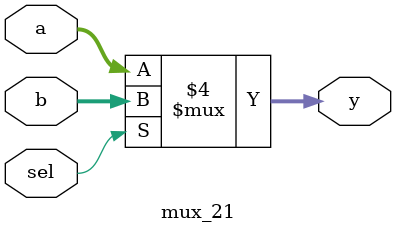
<source format=v>
 module mux_21 (a, b, sel , y);
input [31:0] a ;
input [31:0] b;
output [31:0] y ;
input sel ;
reg [31:0] y ;

always @(a or b or sel)
begin
    if (sel==0)   y=a ;
    else y=b ;
end
endmodule 
//Magdy Mohamed Abdel Moneim Hafez
</source>
